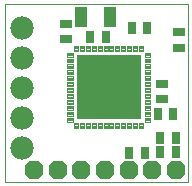
<source format=gbs>
G75*
%MOIN*%
%OFA0B0*%
%FSLAX25Y25*%
%IPPOS*%
%LPD*%
%AMOC8*
5,1,8,0,0,1.08239X$1,22.5*
%
%ADD10C,0.00000*%
%ADD11C,0.00443*%
%ADD12R,0.21654X0.21654*%
%ADD13R,0.03150X0.03937*%
%ADD14R,0.04331X0.07087*%
%ADD15R,0.03937X0.03150*%
%ADD16OC8,0.06299*%
%ADD17C,0.07794*%
D10*
X0034486Y0027830D02*
X0034486Y0086885D01*
X0095509Y0086885D01*
X0095509Y0027830D01*
X0034486Y0027830D01*
D11*
X0055416Y0049164D02*
X0057138Y0049164D01*
X0057138Y0047834D01*
X0055416Y0047834D01*
X0055416Y0049164D01*
X0055416Y0048276D02*
X0057138Y0048276D01*
X0057138Y0048718D02*
X0055416Y0048718D01*
X0055416Y0049160D02*
X0057138Y0049160D01*
X0057138Y0051133D02*
X0055416Y0051133D01*
X0057138Y0051133D02*
X0057138Y0049803D01*
X0055416Y0049803D01*
X0055416Y0051133D01*
X0055416Y0050245D02*
X0057138Y0050245D01*
X0057138Y0050687D02*
X0055416Y0050687D01*
X0055416Y0051129D02*
X0057138Y0051129D01*
X0057138Y0053101D02*
X0055416Y0053101D01*
X0057138Y0053101D02*
X0057138Y0051771D01*
X0055416Y0051771D01*
X0055416Y0053101D01*
X0055416Y0052213D02*
X0057138Y0052213D01*
X0057138Y0052655D02*
X0055416Y0052655D01*
X0055416Y0053097D02*
X0057138Y0053097D01*
X0057138Y0055070D02*
X0055416Y0055070D01*
X0057138Y0055070D02*
X0057138Y0053740D01*
X0055416Y0053740D01*
X0055416Y0055070D01*
X0055416Y0054182D02*
X0057138Y0054182D01*
X0057138Y0054624D02*
X0055416Y0054624D01*
X0055416Y0055066D02*
X0057138Y0055066D01*
X0057138Y0057038D02*
X0055416Y0057038D01*
X0057138Y0057038D02*
X0057138Y0055708D01*
X0055416Y0055708D01*
X0055416Y0057038D01*
X0055416Y0056150D02*
X0057138Y0056150D01*
X0057138Y0056592D02*
X0055416Y0056592D01*
X0055416Y0057034D02*
X0057138Y0057034D01*
X0057138Y0059007D02*
X0055416Y0059007D01*
X0057138Y0059007D02*
X0057138Y0057677D01*
X0055416Y0057677D01*
X0055416Y0059007D01*
X0055416Y0058119D02*
X0057138Y0058119D01*
X0057138Y0058561D02*
X0055416Y0058561D01*
X0055416Y0059003D02*
X0057138Y0059003D01*
X0057138Y0060975D02*
X0055416Y0060975D01*
X0057138Y0060975D02*
X0057138Y0059645D01*
X0055416Y0059645D01*
X0055416Y0060975D01*
X0055416Y0060087D02*
X0057138Y0060087D01*
X0057138Y0060529D02*
X0055416Y0060529D01*
X0055416Y0060971D02*
X0057138Y0060971D01*
X0057138Y0062944D02*
X0055416Y0062944D01*
X0057138Y0062944D02*
X0057138Y0061614D01*
X0055416Y0061614D01*
X0055416Y0062944D01*
X0055416Y0062056D02*
X0057138Y0062056D01*
X0057138Y0062498D02*
X0055416Y0062498D01*
X0055416Y0062940D02*
X0057138Y0062940D01*
X0057138Y0064912D02*
X0055416Y0064912D01*
X0057138Y0064912D02*
X0057138Y0063582D01*
X0055416Y0063582D01*
X0055416Y0064912D01*
X0055416Y0064024D02*
X0057138Y0064024D01*
X0057138Y0064466D02*
X0055416Y0064466D01*
X0055416Y0064908D02*
X0057138Y0064908D01*
X0057138Y0066881D02*
X0055416Y0066881D01*
X0057138Y0066881D02*
X0057138Y0065551D01*
X0055416Y0065551D01*
X0055416Y0066881D01*
X0055416Y0065993D02*
X0057138Y0065993D01*
X0057138Y0066435D02*
X0055416Y0066435D01*
X0055416Y0066877D02*
X0057138Y0066877D01*
X0057138Y0068849D02*
X0055416Y0068849D01*
X0057138Y0068849D02*
X0057138Y0067519D01*
X0055416Y0067519D01*
X0055416Y0068849D01*
X0055416Y0067961D02*
X0057138Y0067961D01*
X0057138Y0068403D02*
X0055416Y0068403D01*
X0055416Y0068845D02*
X0057138Y0068845D01*
X0057138Y0070818D02*
X0055416Y0070818D01*
X0057138Y0070818D02*
X0057138Y0069488D01*
X0055416Y0069488D01*
X0055416Y0070818D01*
X0055416Y0069930D02*
X0057138Y0069930D01*
X0057138Y0070372D02*
X0055416Y0070372D01*
X0055416Y0070814D02*
X0057138Y0070814D01*
X0058970Y0071319D02*
X0058970Y0073041D01*
X0058970Y0071319D02*
X0057640Y0071319D01*
X0057640Y0073041D01*
X0058970Y0073041D01*
X0058970Y0071761D02*
X0057640Y0071761D01*
X0057640Y0072203D02*
X0058970Y0072203D01*
X0058970Y0072645D02*
X0057640Y0072645D01*
X0060938Y0073041D02*
X0060938Y0071319D01*
X0059608Y0071319D01*
X0059608Y0073041D01*
X0060938Y0073041D01*
X0060938Y0071761D02*
X0059608Y0071761D01*
X0059608Y0072203D02*
X0060938Y0072203D01*
X0060938Y0072645D02*
X0059608Y0072645D01*
X0062907Y0073041D02*
X0062907Y0071319D01*
X0061577Y0071319D01*
X0061577Y0073041D01*
X0062907Y0073041D01*
X0062907Y0071761D02*
X0061577Y0071761D01*
X0061577Y0072203D02*
X0062907Y0072203D01*
X0062907Y0072645D02*
X0061577Y0072645D01*
X0064875Y0073041D02*
X0064875Y0071319D01*
X0063545Y0071319D01*
X0063545Y0073041D01*
X0064875Y0073041D01*
X0064875Y0071761D02*
X0063545Y0071761D01*
X0063545Y0072203D02*
X0064875Y0072203D01*
X0064875Y0072645D02*
X0063545Y0072645D01*
X0066844Y0073041D02*
X0066844Y0071319D01*
X0065514Y0071319D01*
X0065514Y0073041D01*
X0066844Y0073041D01*
X0066844Y0071761D02*
X0065514Y0071761D01*
X0065514Y0072203D02*
X0066844Y0072203D01*
X0066844Y0072645D02*
X0065514Y0072645D01*
X0068812Y0073041D02*
X0068812Y0071319D01*
X0067482Y0071319D01*
X0067482Y0073041D01*
X0068812Y0073041D01*
X0068812Y0071761D02*
X0067482Y0071761D01*
X0067482Y0072203D02*
X0068812Y0072203D01*
X0068812Y0072645D02*
X0067482Y0072645D01*
X0070781Y0073041D02*
X0070781Y0071319D01*
X0069451Y0071319D01*
X0069451Y0073041D01*
X0070781Y0073041D01*
X0070781Y0071761D02*
X0069451Y0071761D01*
X0069451Y0072203D02*
X0070781Y0072203D01*
X0070781Y0072645D02*
X0069451Y0072645D01*
X0072749Y0073041D02*
X0072749Y0071319D01*
X0071419Y0071319D01*
X0071419Y0073041D01*
X0072749Y0073041D01*
X0072749Y0071761D02*
X0071419Y0071761D01*
X0071419Y0072203D02*
X0072749Y0072203D01*
X0072749Y0072645D02*
X0071419Y0072645D01*
X0074718Y0073041D02*
X0074718Y0071319D01*
X0073388Y0071319D01*
X0073388Y0073041D01*
X0074718Y0073041D01*
X0074718Y0071761D02*
X0073388Y0071761D01*
X0073388Y0072203D02*
X0074718Y0072203D01*
X0074718Y0072645D02*
X0073388Y0072645D01*
X0076686Y0073041D02*
X0076686Y0071319D01*
X0075356Y0071319D01*
X0075356Y0073041D01*
X0076686Y0073041D01*
X0076686Y0071761D02*
X0075356Y0071761D01*
X0075356Y0072203D02*
X0076686Y0072203D01*
X0076686Y0072645D02*
X0075356Y0072645D01*
X0078655Y0073041D02*
X0078655Y0071319D01*
X0077325Y0071319D01*
X0077325Y0073041D01*
X0078655Y0073041D01*
X0078655Y0071761D02*
X0077325Y0071761D01*
X0077325Y0072203D02*
X0078655Y0072203D01*
X0078655Y0072645D02*
X0077325Y0072645D01*
X0080623Y0073041D02*
X0080623Y0071319D01*
X0079293Y0071319D01*
X0079293Y0073041D01*
X0080623Y0073041D01*
X0080623Y0071761D02*
X0079293Y0071761D01*
X0079293Y0072203D02*
X0080623Y0072203D01*
X0080623Y0072645D02*
X0079293Y0072645D01*
X0081125Y0069488D02*
X0082847Y0069488D01*
X0081125Y0069488D02*
X0081125Y0070818D01*
X0082847Y0070818D01*
X0082847Y0069488D01*
X0082847Y0069930D02*
X0081125Y0069930D01*
X0081125Y0070372D02*
X0082847Y0070372D01*
X0082847Y0070814D02*
X0081125Y0070814D01*
X0081125Y0067519D02*
X0082847Y0067519D01*
X0081125Y0067519D02*
X0081125Y0068849D01*
X0082847Y0068849D01*
X0082847Y0067519D01*
X0082847Y0067961D02*
X0081125Y0067961D01*
X0081125Y0068403D02*
X0082847Y0068403D01*
X0082847Y0068845D02*
X0081125Y0068845D01*
X0081125Y0065551D02*
X0082847Y0065551D01*
X0081125Y0065551D02*
X0081125Y0066881D01*
X0082847Y0066881D01*
X0082847Y0065551D01*
X0082847Y0065993D02*
X0081125Y0065993D01*
X0081125Y0066435D02*
X0082847Y0066435D01*
X0082847Y0066877D02*
X0081125Y0066877D01*
X0081125Y0063582D02*
X0082847Y0063582D01*
X0081125Y0063582D02*
X0081125Y0064912D01*
X0082847Y0064912D01*
X0082847Y0063582D01*
X0082847Y0064024D02*
X0081125Y0064024D01*
X0081125Y0064466D02*
X0082847Y0064466D01*
X0082847Y0064908D02*
X0081125Y0064908D01*
X0081125Y0061614D02*
X0082847Y0061614D01*
X0081125Y0061614D02*
X0081125Y0062944D01*
X0082847Y0062944D01*
X0082847Y0061614D01*
X0082847Y0062056D02*
X0081125Y0062056D01*
X0081125Y0062498D02*
X0082847Y0062498D01*
X0082847Y0062940D02*
X0081125Y0062940D01*
X0081125Y0059645D02*
X0082847Y0059645D01*
X0081125Y0059645D02*
X0081125Y0060975D01*
X0082847Y0060975D01*
X0082847Y0059645D01*
X0082847Y0060087D02*
X0081125Y0060087D01*
X0081125Y0060529D02*
X0082847Y0060529D01*
X0082847Y0060971D02*
X0081125Y0060971D01*
X0081125Y0057677D02*
X0082847Y0057677D01*
X0081125Y0057677D02*
X0081125Y0059007D01*
X0082847Y0059007D01*
X0082847Y0057677D01*
X0082847Y0058119D02*
X0081125Y0058119D01*
X0081125Y0058561D02*
X0082847Y0058561D01*
X0082847Y0059003D02*
X0081125Y0059003D01*
X0081125Y0055708D02*
X0082847Y0055708D01*
X0081125Y0055708D02*
X0081125Y0057038D01*
X0082847Y0057038D01*
X0082847Y0055708D01*
X0082847Y0056150D02*
X0081125Y0056150D01*
X0081125Y0056592D02*
X0082847Y0056592D01*
X0082847Y0057034D02*
X0081125Y0057034D01*
X0081125Y0053740D02*
X0082847Y0053740D01*
X0081125Y0053740D02*
X0081125Y0055070D01*
X0082847Y0055070D01*
X0082847Y0053740D01*
X0082847Y0054182D02*
X0081125Y0054182D01*
X0081125Y0054624D02*
X0082847Y0054624D01*
X0082847Y0055066D02*
X0081125Y0055066D01*
X0081125Y0051771D02*
X0082847Y0051771D01*
X0081125Y0051771D02*
X0081125Y0053101D01*
X0082847Y0053101D01*
X0082847Y0051771D01*
X0082847Y0052213D02*
X0081125Y0052213D01*
X0081125Y0052655D02*
X0082847Y0052655D01*
X0082847Y0053097D02*
X0081125Y0053097D01*
X0081125Y0049803D02*
X0082847Y0049803D01*
X0081125Y0049803D02*
X0081125Y0051133D01*
X0082847Y0051133D01*
X0082847Y0049803D01*
X0082847Y0050245D02*
X0081125Y0050245D01*
X0081125Y0050687D02*
X0082847Y0050687D01*
X0082847Y0051129D02*
X0081125Y0051129D01*
X0081125Y0047834D02*
X0082847Y0047834D01*
X0081125Y0047834D02*
X0081125Y0049164D01*
X0082847Y0049164D01*
X0082847Y0047834D01*
X0082847Y0048276D02*
X0081125Y0048276D01*
X0081125Y0048718D02*
X0082847Y0048718D01*
X0082847Y0049160D02*
X0081125Y0049160D01*
X0079293Y0047333D02*
X0079293Y0045611D01*
X0079293Y0047333D02*
X0080623Y0047333D01*
X0080623Y0045611D01*
X0079293Y0045611D01*
X0079293Y0046053D02*
X0080623Y0046053D01*
X0080623Y0046495D02*
X0079293Y0046495D01*
X0079293Y0046937D02*
X0080623Y0046937D01*
X0077325Y0047333D02*
X0077325Y0045611D01*
X0077325Y0047333D02*
X0078655Y0047333D01*
X0078655Y0045611D01*
X0077325Y0045611D01*
X0077325Y0046053D02*
X0078655Y0046053D01*
X0078655Y0046495D02*
X0077325Y0046495D01*
X0077325Y0046937D02*
X0078655Y0046937D01*
X0075356Y0047333D02*
X0075356Y0045611D01*
X0075356Y0047333D02*
X0076686Y0047333D01*
X0076686Y0045611D01*
X0075356Y0045611D01*
X0075356Y0046053D02*
X0076686Y0046053D01*
X0076686Y0046495D02*
X0075356Y0046495D01*
X0075356Y0046937D02*
X0076686Y0046937D01*
X0073388Y0047333D02*
X0073388Y0045611D01*
X0073388Y0047333D02*
X0074718Y0047333D01*
X0074718Y0045611D01*
X0073388Y0045611D01*
X0073388Y0046053D02*
X0074718Y0046053D01*
X0074718Y0046495D02*
X0073388Y0046495D01*
X0073388Y0046937D02*
X0074718Y0046937D01*
X0071419Y0047333D02*
X0071419Y0045611D01*
X0071419Y0047333D02*
X0072749Y0047333D01*
X0072749Y0045611D01*
X0071419Y0045611D01*
X0071419Y0046053D02*
X0072749Y0046053D01*
X0072749Y0046495D02*
X0071419Y0046495D01*
X0071419Y0046937D02*
X0072749Y0046937D01*
X0069451Y0047333D02*
X0069451Y0045611D01*
X0069451Y0047333D02*
X0070781Y0047333D01*
X0070781Y0045611D01*
X0069451Y0045611D01*
X0069451Y0046053D02*
X0070781Y0046053D01*
X0070781Y0046495D02*
X0069451Y0046495D01*
X0069451Y0046937D02*
X0070781Y0046937D01*
X0067482Y0047333D02*
X0067482Y0045611D01*
X0067482Y0047333D02*
X0068812Y0047333D01*
X0068812Y0045611D01*
X0067482Y0045611D01*
X0067482Y0046053D02*
X0068812Y0046053D01*
X0068812Y0046495D02*
X0067482Y0046495D01*
X0067482Y0046937D02*
X0068812Y0046937D01*
X0065514Y0047333D02*
X0065514Y0045611D01*
X0065514Y0047333D02*
X0066844Y0047333D01*
X0066844Y0045611D01*
X0065514Y0045611D01*
X0065514Y0046053D02*
X0066844Y0046053D01*
X0066844Y0046495D02*
X0065514Y0046495D01*
X0065514Y0046937D02*
X0066844Y0046937D01*
X0063545Y0047333D02*
X0063545Y0045611D01*
X0063545Y0047333D02*
X0064875Y0047333D01*
X0064875Y0045611D01*
X0063545Y0045611D01*
X0063545Y0046053D02*
X0064875Y0046053D01*
X0064875Y0046495D02*
X0063545Y0046495D01*
X0063545Y0046937D02*
X0064875Y0046937D01*
X0061577Y0047333D02*
X0061577Y0045611D01*
X0061577Y0047333D02*
X0062907Y0047333D01*
X0062907Y0045611D01*
X0061577Y0045611D01*
X0061577Y0046053D02*
X0062907Y0046053D01*
X0062907Y0046495D02*
X0061577Y0046495D01*
X0061577Y0046937D02*
X0062907Y0046937D01*
X0059608Y0047333D02*
X0059608Y0045611D01*
X0059608Y0047333D02*
X0060938Y0047333D01*
X0060938Y0045611D01*
X0059608Y0045611D01*
X0059608Y0046053D02*
X0060938Y0046053D01*
X0060938Y0046495D02*
X0059608Y0046495D01*
X0059608Y0046937D02*
X0060938Y0046937D01*
X0057640Y0047333D02*
X0057640Y0045611D01*
X0057640Y0047333D02*
X0058970Y0047333D01*
X0058970Y0045611D01*
X0057640Y0045611D01*
X0057640Y0046053D02*
X0058970Y0046053D01*
X0058970Y0046495D02*
X0057640Y0046495D01*
X0057640Y0046937D02*
X0058970Y0046937D01*
D12*
X0069131Y0059326D03*
D13*
X0085470Y0050468D03*
X0090588Y0050468D03*
X0091572Y0042200D03*
X0091572Y0037712D03*
X0086454Y0037712D03*
X0086454Y0042200D03*
X0081139Y0037279D03*
X0076021Y0037279D03*
X0068147Y0075861D03*
X0063029Y0075861D03*
X0076809Y0079011D03*
X0081927Y0079011D03*
D14*
X0069722Y0082751D03*
X0059880Y0082751D03*
D15*
X0054958Y0080389D03*
X0054958Y0075271D03*
X0086848Y0060310D03*
X0086848Y0055192D03*
X0092754Y0072515D03*
X0092754Y0077633D03*
D16*
X0091572Y0031767D03*
X0083698Y0031767D03*
X0075824Y0031767D03*
X0067950Y0031767D03*
X0060076Y0031767D03*
X0052202Y0031767D03*
X0044328Y0031767D03*
D17*
X0040391Y0038854D03*
X0040391Y0048854D03*
X0040391Y0058854D03*
X0040391Y0068854D03*
X0040391Y0078854D03*
M02*

</source>
